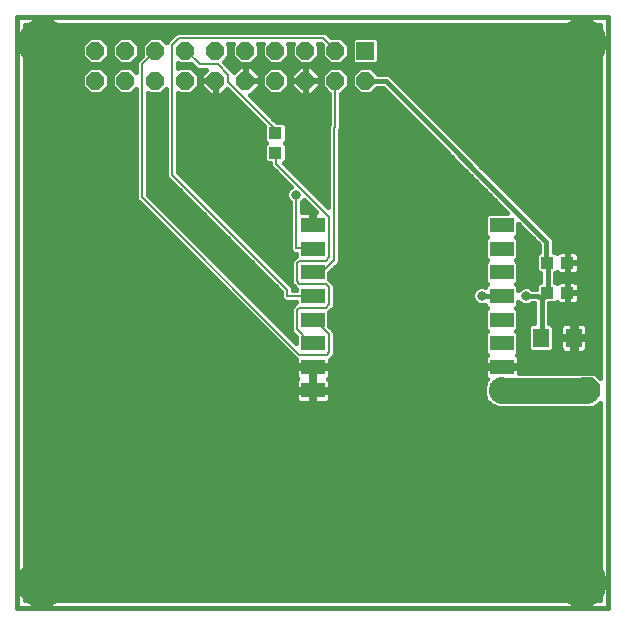
<source format=gtl>
G75*
%MOIN*%
%OFA0B0*%
%FSLAX25Y25*%
%IPPOS*%
%LPD*%
%AMOC8*
5,1,8,0,0,1.08239X$1,22.5*
%
%ADD10C,0.01600*%
%ADD11R,0.06000X0.06000*%
%ADD12OC8,0.06000*%
%ADD13R,0.05512X0.06299*%
%ADD14R,0.04331X0.03937*%
%ADD15R,0.07874X0.05118*%
%ADD16OC8,0.08500*%
%ADD17C,0.03169*%
%ADD18C,0.16598*%
%ADD19C,0.08600*%
%ADD20C,0.00800*%
D10*
X0001800Y0001800D02*
X0198650Y0001800D01*
X0198650Y0198650D01*
X0001800Y0198650D01*
X0001800Y0001800D01*
X0004400Y0004400D02*
X0004400Y0196050D01*
X0196050Y0196050D01*
X0196050Y0078393D01*
X0195142Y0079302D01*
X0195021Y0079352D01*
X0194223Y0080150D01*
X0193094Y0080150D01*
X0192974Y0080200D01*
X0190626Y0080200D01*
X0190506Y0080150D01*
X0189377Y0080150D01*
X0189327Y0080100D01*
X0169033Y0080100D01*
X0169033Y0081635D01*
X0163776Y0081635D01*
X0163776Y0082594D01*
X0169033Y0082594D01*
X0169033Y0084911D01*
X0168910Y0085369D01*
X0168673Y0085779D01*
X0168338Y0086114D01*
X0168238Y0086172D01*
X0168833Y0086767D01*
X0168833Y0093211D01*
X0168118Y0093926D01*
X0168833Y0094641D01*
X0168833Y0101085D01*
X0168118Y0101800D01*
X0168833Y0102515D01*
X0168833Y0103864D01*
X0169596Y0103101D01*
X0170767Y0102616D01*
X0172033Y0102616D01*
X0173204Y0103101D01*
X0173503Y0103400D01*
X0174200Y0103400D01*
X0174200Y0096550D01*
X0172870Y0096550D01*
X0171932Y0095612D01*
X0171932Y0087988D01*
X0172870Y0087050D01*
X0179707Y0087050D01*
X0180644Y0087988D01*
X0180644Y0095612D01*
X0179707Y0096550D01*
X0179000Y0096550D01*
X0179000Y0103231D01*
X0181282Y0103231D01*
X0181659Y0103608D01*
X0181876Y0103391D01*
X0182286Y0103154D01*
X0182744Y0103031D01*
X0184962Y0103031D01*
X0184962Y0106616D01*
X0185331Y0106616D01*
X0185331Y0106984D01*
X0189112Y0106984D01*
X0189112Y0109005D01*
X0188989Y0109463D01*
X0188752Y0109874D01*
X0188417Y0110209D01*
X0188007Y0110446D01*
X0187549Y0110568D01*
X0185331Y0110568D01*
X0185331Y0106984D01*
X0184962Y0106984D01*
X0184962Y0110568D01*
X0182744Y0110568D01*
X0182286Y0110446D01*
X0181876Y0110209D01*
X0181659Y0109992D01*
X0181282Y0110368D01*
X0181000Y0110368D01*
X0181000Y0113231D01*
X0181282Y0113231D01*
X0181659Y0113608D01*
X0181876Y0113391D01*
X0182286Y0113154D01*
X0182744Y0113031D01*
X0184962Y0113031D01*
X0184962Y0116616D01*
X0185331Y0116616D01*
X0185331Y0116984D01*
X0189112Y0116984D01*
X0189112Y0119005D01*
X0188989Y0119463D01*
X0188752Y0119874D01*
X0188417Y0120209D01*
X0188007Y0120446D01*
X0187549Y0120568D01*
X0185331Y0120568D01*
X0185331Y0116984D01*
X0184962Y0116984D01*
X0184962Y0120568D01*
X0182744Y0120568D01*
X0182286Y0120446D01*
X0181876Y0120209D01*
X0181659Y0119992D01*
X0181282Y0120368D01*
X0180600Y0120368D01*
X0180600Y0124277D01*
X0180235Y0125159D01*
X0125959Y0179435D01*
X0125077Y0179800D01*
X0122097Y0179800D01*
X0119768Y0182128D01*
X0115958Y0182128D01*
X0113263Y0179434D01*
X0113263Y0175623D01*
X0115958Y0172928D01*
X0119768Y0172928D01*
X0121840Y0175000D01*
X0123606Y0175000D01*
X0165088Y0133518D01*
X0158696Y0133518D01*
X0157759Y0132581D01*
X0157759Y0126137D01*
X0158474Y0125422D01*
X0157759Y0124707D01*
X0157759Y0118263D01*
X0158474Y0117548D01*
X0157759Y0116833D01*
X0157759Y0110389D01*
X0158474Y0109674D01*
X0157759Y0108959D01*
X0157759Y0108766D01*
X0157233Y0108984D01*
X0155967Y0108984D01*
X0154796Y0108499D01*
X0153901Y0107604D01*
X0153416Y0106433D01*
X0153416Y0105167D01*
X0153901Y0103996D01*
X0154796Y0103101D01*
X0155967Y0102616D01*
X0157233Y0102616D01*
X0157759Y0102833D01*
X0157759Y0102515D01*
X0158474Y0101800D01*
X0157759Y0101085D01*
X0157759Y0094641D01*
X0158474Y0093926D01*
X0157759Y0093211D01*
X0157759Y0086767D01*
X0158354Y0086172D01*
X0158254Y0086114D01*
X0157919Y0085779D01*
X0157682Y0085369D01*
X0157559Y0084911D01*
X0157559Y0082594D01*
X0162816Y0082594D01*
X0162816Y0081635D01*
X0157559Y0081635D01*
X0157559Y0079319D01*
X0157682Y0078861D01*
X0157919Y0078451D01*
X0158254Y0078116D01*
X0158354Y0078058D01*
X0157759Y0077463D01*
X0157759Y0076283D01*
X0157377Y0075312D01*
X0157417Y0072965D01*
X0157759Y0072179D01*
X0157759Y0071019D01*
X0158696Y0070082D01*
X0159109Y0070082D01*
X0160042Y0069182D01*
X0161190Y0068729D01*
X0162226Y0068300D01*
X0162280Y0068300D01*
X0162329Y0068280D01*
X0163452Y0068300D01*
X0192974Y0068300D01*
X0193336Y0068450D01*
X0194223Y0068450D01*
X0194851Y0069077D01*
X0195142Y0069198D01*
X0196050Y0070107D01*
X0196050Y0004400D01*
X0004400Y0004400D01*
X0004400Y0004997D02*
X0196050Y0004997D01*
X0196050Y0006596D02*
X0004400Y0006596D01*
X0004400Y0008194D02*
X0196050Y0008194D01*
X0196050Y0009793D02*
X0004400Y0009793D01*
X0004400Y0011391D02*
X0196050Y0011391D01*
X0196050Y0012990D02*
X0004400Y0012990D01*
X0004400Y0014588D02*
X0196050Y0014588D01*
X0196050Y0016187D02*
X0004400Y0016187D01*
X0004400Y0017785D02*
X0196050Y0017785D01*
X0196050Y0019384D02*
X0004400Y0019384D01*
X0004400Y0020982D02*
X0196050Y0020982D01*
X0196050Y0022581D02*
X0004400Y0022581D01*
X0004400Y0024179D02*
X0196050Y0024179D01*
X0196050Y0025778D02*
X0004400Y0025778D01*
X0004400Y0027376D02*
X0196050Y0027376D01*
X0196050Y0028975D02*
X0004400Y0028975D01*
X0004400Y0030573D02*
X0196050Y0030573D01*
X0196050Y0032172D02*
X0004400Y0032172D01*
X0004400Y0033770D02*
X0196050Y0033770D01*
X0196050Y0035369D02*
X0004400Y0035369D01*
X0004400Y0036967D02*
X0196050Y0036967D01*
X0196050Y0038566D02*
X0004400Y0038566D01*
X0004400Y0040164D02*
X0196050Y0040164D01*
X0196050Y0041763D02*
X0004400Y0041763D01*
X0004400Y0043361D02*
X0196050Y0043361D01*
X0196050Y0044960D02*
X0004400Y0044960D01*
X0004400Y0046558D02*
X0196050Y0046558D01*
X0196050Y0048157D02*
X0004400Y0048157D01*
X0004400Y0049755D02*
X0196050Y0049755D01*
X0196050Y0051354D02*
X0004400Y0051354D01*
X0004400Y0052952D02*
X0196050Y0052952D01*
X0196050Y0054551D02*
X0004400Y0054551D01*
X0004400Y0056149D02*
X0196050Y0056149D01*
X0196050Y0057748D02*
X0004400Y0057748D01*
X0004400Y0059346D02*
X0196050Y0059346D01*
X0196050Y0060945D02*
X0004400Y0060945D01*
X0004400Y0062543D02*
X0196050Y0062543D01*
X0196050Y0064142D02*
X0004400Y0064142D01*
X0004400Y0065740D02*
X0196050Y0065740D01*
X0196050Y0067339D02*
X0004400Y0067339D01*
X0004400Y0068937D02*
X0160662Y0068937D01*
X0158242Y0070536D02*
X0105641Y0070536D01*
X0105681Y0070577D02*
X0105918Y0070987D01*
X0106041Y0071445D01*
X0106041Y0073761D01*
X0100784Y0073761D01*
X0100784Y0074720D01*
X0106041Y0074720D01*
X0106041Y0077037D01*
X0105918Y0077495D01*
X0105681Y0077905D01*
X0105409Y0078178D01*
X0105681Y0078451D01*
X0105918Y0078861D01*
X0106041Y0079319D01*
X0106041Y0081635D01*
X0100784Y0081635D01*
X0100784Y0082594D01*
X0106041Y0082594D01*
X0106041Y0084413D01*
X0107000Y0085372D01*
X0107800Y0086172D01*
X0107800Y0093828D01*
X0106628Y0095000D01*
X0105841Y0095787D01*
X0105841Y0100213D01*
X0106600Y0100972D01*
X0107800Y0102172D01*
X0107800Y0109428D01*
X0106628Y0110600D01*
X0105841Y0111387D01*
X0105841Y0113413D01*
X0108228Y0115800D01*
X0109400Y0116972D01*
X0109400Y0160972D01*
X0109800Y0161372D01*
X0109800Y0172960D01*
X0112463Y0175623D01*
X0112463Y0179434D01*
X0109768Y0182128D01*
X0105958Y0182128D01*
X0103263Y0179434D01*
X0103263Y0175623D01*
X0105800Y0173086D01*
X0105800Y0163028D01*
X0105400Y0162628D01*
X0105400Y0135428D01*
X0090817Y0150011D01*
X0091628Y0150822D01*
X0091628Y0156085D01*
X0090913Y0156800D01*
X0091628Y0157515D01*
X0091628Y0162778D01*
X0090691Y0163715D01*
X0088313Y0163715D01*
X0079300Y0172728D01*
X0079851Y0172728D01*
X0082663Y0175540D01*
X0082663Y0177328D01*
X0078063Y0177328D01*
X0078063Y0177728D01*
X0082663Y0177728D01*
X0082663Y0179517D01*
X0079851Y0182328D01*
X0078063Y0182328D01*
X0078063Y0177728D01*
X0077663Y0177728D01*
X0077663Y0182328D01*
X0075875Y0182328D01*
X0073987Y0180441D01*
X0070634Y0183794D01*
X0072463Y0185623D01*
X0072463Y0189434D01*
X0072097Y0189800D01*
X0073629Y0189800D01*
X0073263Y0189434D01*
X0073263Y0185623D01*
X0075958Y0182928D01*
X0079768Y0182928D01*
X0082463Y0185623D01*
X0082463Y0189434D01*
X0082097Y0189800D01*
X0083629Y0189800D01*
X0083263Y0189434D01*
X0083263Y0185623D01*
X0085958Y0182928D01*
X0089768Y0182928D01*
X0092463Y0185623D01*
X0092463Y0189434D01*
X0092097Y0189800D01*
X0093629Y0189800D01*
X0093263Y0189434D01*
X0093263Y0185623D01*
X0095958Y0182928D01*
X0099768Y0182928D01*
X0102463Y0185623D01*
X0102463Y0189434D01*
X0102097Y0189800D01*
X0102972Y0189800D01*
X0103300Y0189471D01*
X0103263Y0189434D01*
X0103263Y0185623D01*
X0105958Y0182928D01*
X0109768Y0182928D01*
X0112463Y0185623D01*
X0112463Y0189434D01*
X0109768Y0192128D01*
X0106300Y0192128D01*
X0104628Y0193800D01*
X0054972Y0193800D01*
X0053800Y0192628D01*
X0051534Y0190363D01*
X0049768Y0192128D01*
X0045958Y0192128D01*
X0043263Y0189434D01*
X0043263Y0185691D01*
X0041400Y0183828D01*
X0041400Y0180497D01*
X0039768Y0182128D01*
X0035958Y0182128D01*
X0033263Y0179434D01*
X0033263Y0175623D01*
X0035958Y0172928D01*
X0039768Y0172928D01*
X0041400Y0174560D01*
X0041400Y0137772D01*
X0042572Y0136600D01*
X0094567Y0084605D01*
X0094567Y0082594D01*
X0099824Y0082594D01*
X0099824Y0081635D01*
X0100783Y0081635D01*
X0100783Y0074721D01*
X0099824Y0074721D01*
X0099824Y0077756D01*
X0099824Y0081635D01*
X0094567Y0081635D01*
X0094567Y0079319D01*
X0094690Y0078861D01*
X0094927Y0078451D01*
X0095199Y0078178D01*
X0094927Y0077905D01*
X0094690Y0077495D01*
X0094567Y0077037D01*
X0094567Y0074720D01*
X0099824Y0074720D01*
X0099824Y0073761D01*
X0100783Y0073761D01*
X0100783Y0069882D01*
X0104478Y0069882D01*
X0104936Y0070005D01*
X0105346Y0070242D01*
X0105681Y0070577D01*
X0106041Y0072134D02*
X0157759Y0072134D01*
X0157404Y0073733D02*
X0106041Y0073733D01*
X0106041Y0075332D02*
X0157384Y0075332D01*
X0157759Y0076930D02*
X0106041Y0076930D01*
X0105726Y0078529D02*
X0157874Y0078529D01*
X0157559Y0080127D02*
X0106041Y0080127D01*
X0106041Y0083324D02*
X0157559Y0083324D01*
X0157562Y0084923D02*
X0106551Y0084923D01*
X0107800Y0086521D02*
X0158005Y0086521D01*
X0157759Y0088120D02*
X0107800Y0088120D01*
X0107800Y0089718D02*
X0157759Y0089718D01*
X0157759Y0091317D02*
X0107800Y0091317D01*
X0107800Y0092915D02*
X0157759Y0092915D01*
X0157887Y0094514D02*
X0107115Y0094514D01*
X0105841Y0096112D02*
X0157759Y0096112D01*
X0157759Y0097711D02*
X0105841Y0097711D01*
X0105841Y0099309D02*
X0157759Y0099309D01*
X0157759Y0100908D02*
X0106536Y0100908D01*
X0107800Y0102506D02*
X0157768Y0102506D01*
X0156600Y0105800D02*
X0163000Y0105800D01*
X0163296Y0105737D01*
X0168118Y0109674D02*
X0168833Y0110389D01*
X0168833Y0116833D01*
X0168118Y0117548D01*
X0168833Y0118263D01*
X0168833Y0124707D01*
X0168118Y0125422D01*
X0168833Y0126137D01*
X0168833Y0129773D01*
X0175800Y0122806D01*
X0175800Y0120368D01*
X0175625Y0120368D01*
X0174688Y0119431D01*
X0174688Y0114169D01*
X0175625Y0113231D01*
X0176200Y0113231D01*
X0176200Y0110368D01*
X0175625Y0110368D01*
X0174688Y0109431D01*
X0174688Y0108200D01*
X0173503Y0108200D01*
X0173204Y0108499D01*
X0172033Y0108984D01*
X0170767Y0108984D01*
X0169596Y0108499D01*
X0168833Y0107736D01*
X0168833Y0108959D01*
X0168118Y0109674D01*
X0168833Y0108900D02*
X0170564Y0108900D01*
X0172236Y0108900D02*
X0174688Y0108900D01*
X0176200Y0110499D02*
X0168833Y0110499D01*
X0168833Y0112097D02*
X0176200Y0112097D01*
X0175161Y0113696D02*
X0168833Y0113696D01*
X0168833Y0115294D02*
X0174688Y0115294D01*
X0174688Y0116893D02*
X0168773Y0116893D01*
X0168833Y0118491D02*
X0174688Y0118491D01*
X0175347Y0120090D02*
X0168833Y0120090D01*
X0168833Y0121688D02*
X0175800Y0121688D01*
X0175319Y0123287D02*
X0168833Y0123287D01*
X0168655Y0124885D02*
X0173721Y0124885D01*
X0172122Y0126484D02*
X0168833Y0126484D01*
X0168833Y0128082D02*
X0170523Y0128082D01*
X0168925Y0129681D02*
X0168833Y0129681D01*
X0172516Y0132878D02*
X0196050Y0132878D01*
X0196050Y0134476D02*
X0170918Y0134476D01*
X0169319Y0136075D02*
X0196050Y0136075D01*
X0196050Y0137673D02*
X0167721Y0137673D01*
X0166122Y0139272D02*
X0196050Y0139272D01*
X0196050Y0140870D02*
X0164524Y0140870D01*
X0162925Y0142469D02*
X0196050Y0142469D01*
X0196050Y0144068D02*
X0161327Y0144068D01*
X0159728Y0145666D02*
X0196050Y0145666D01*
X0196050Y0147265D02*
X0158130Y0147265D01*
X0156531Y0148863D02*
X0196050Y0148863D01*
X0196050Y0150462D02*
X0154933Y0150462D01*
X0153334Y0152060D02*
X0196050Y0152060D01*
X0196050Y0153659D02*
X0151736Y0153659D01*
X0150137Y0155257D02*
X0196050Y0155257D01*
X0196050Y0156856D02*
X0148538Y0156856D01*
X0146940Y0158454D02*
X0196050Y0158454D01*
X0196050Y0160053D02*
X0145341Y0160053D01*
X0143743Y0161651D02*
X0196050Y0161651D01*
X0196050Y0163250D02*
X0142144Y0163250D01*
X0140546Y0164848D02*
X0196050Y0164848D01*
X0196050Y0166447D02*
X0138947Y0166447D01*
X0137349Y0168045D02*
X0196050Y0168045D01*
X0196050Y0169644D02*
X0135750Y0169644D01*
X0134152Y0171242D02*
X0196050Y0171242D01*
X0196050Y0172841D02*
X0132553Y0172841D01*
X0130955Y0174439D02*
X0196050Y0174439D01*
X0196050Y0176038D02*
X0129356Y0176038D01*
X0127758Y0177636D02*
X0196050Y0177636D01*
X0196050Y0179235D02*
X0126159Y0179235D01*
X0124600Y0177400D02*
X0178200Y0123800D01*
X0178200Y0117400D01*
X0178454Y0116800D01*
X0178600Y0116600D01*
X0178600Y0107000D01*
X0178454Y0106800D01*
X0178200Y0106200D01*
X0176600Y0104600D01*
X0175400Y0105800D01*
X0171400Y0105800D01*
X0168824Y0102506D02*
X0174200Y0102506D01*
X0174200Y0100908D02*
X0168833Y0100908D01*
X0168833Y0099309D02*
X0174200Y0099309D01*
X0174200Y0097711D02*
X0168833Y0097711D01*
X0168833Y0096112D02*
X0172432Y0096112D01*
X0171932Y0094514D02*
X0168706Y0094514D01*
X0168833Y0092915D02*
X0171932Y0092915D01*
X0171932Y0091317D02*
X0168833Y0091317D01*
X0168833Y0089718D02*
X0171932Y0089718D01*
X0171932Y0088120D02*
X0168833Y0088120D01*
X0168587Y0086521D02*
X0196050Y0086521D01*
X0196050Y0084923D02*
X0169030Y0084923D01*
X0169033Y0083324D02*
X0196050Y0083324D01*
X0196050Y0081726D02*
X0163776Y0081726D01*
X0162816Y0081726D02*
X0100784Y0081726D01*
X0099824Y0081726D02*
X0004400Y0081726D01*
X0004400Y0083324D02*
X0094567Y0083324D01*
X0094249Y0084923D02*
X0004400Y0084923D01*
X0004400Y0086521D02*
X0092650Y0086521D01*
X0091052Y0088120D02*
X0004400Y0088120D01*
X0004400Y0089718D02*
X0089453Y0089718D01*
X0087855Y0091317D02*
X0004400Y0091317D01*
X0004400Y0092915D02*
X0086256Y0092915D01*
X0084658Y0094514D02*
X0004400Y0094514D01*
X0004400Y0096112D02*
X0083059Y0096112D01*
X0081461Y0097711D02*
X0004400Y0097711D01*
X0004400Y0099309D02*
X0079862Y0099309D01*
X0078264Y0100908D02*
X0004400Y0100908D01*
X0004400Y0102506D02*
X0076665Y0102506D01*
X0075067Y0104105D02*
X0004400Y0104105D01*
X0004400Y0105703D02*
X0073468Y0105703D01*
X0071870Y0107302D02*
X0004400Y0107302D01*
X0004400Y0108900D02*
X0070271Y0108900D01*
X0068673Y0110499D02*
X0004400Y0110499D01*
X0004400Y0112097D02*
X0067074Y0112097D01*
X0065476Y0113696D02*
X0004400Y0113696D01*
X0004400Y0115294D02*
X0063877Y0115294D01*
X0062279Y0116893D02*
X0004400Y0116893D01*
X0004400Y0118491D02*
X0060680Y0118491D01*
X0059082Y0120090D02*
X0004400Y0120090D01*
X0004400Y0121688D02*
X0057483Y0121688D01*
X0055885Y0123287D02*
X0004400Y0123287D01*
X0004400Y0124885D02*
X0054286Y0124885D01*
X0052688Y0126484D02*
X0004400Y0126484D01*
X0004400Y0128082D02*
X0051089Y0128082D01*
X0049491Y0129681D02*
X0004400Y0129681D01*
X0004400Y0131279D02*
X0047892Y0131279D01*
X0046294Y0132878D02*
X0004400Y0132878D01*
X0004400Y0134476D02*
X0044695Y0134476D01*
X0043097Y0136075D02*
X0004400Y0136075D01*
X0004400Y0137673D02*
X0041498Y0137673D01*
X0041400Y0139272D02*
X0004400Y0139272D01*
X0004400Y0140870D02*
X0041400Y0140870D01*
X0041400Y0142469D02*
X0004400Y0142469D01*
X0004400Y0144068D02*
X0041400Y0144068D01*
X0041400Y0145666D02*
X0004400Y0145666D01*
X0004400Y0147265D02*
X0041400Y0147265D01*
X0041400Y0148863D02*
X0004400Y0148863D01*
X0004400Y0150462D02*
X0041400Y0150462D01*
X0041400Y0152060D02*
X0004400Y0152060D01*
X0004400Y0153659D02*
X0041400Y0153659D01*
X0041400Y0155257D02*
X0004400Y0155257D01*
X0004400Y0156856D02*
X0041400Y0156856D01*
X0041400Y0158454D02*
X0004400Y0158454D01*
X0004400Y0160053D02*
X0041400Y0160053D01*
X0041400Y0161651D02*
X0004400Y0161651D01*
X0004400Y0163250D02*
X0041400Y0163250D01*
X0041400Y0164848D02*
X0004400Y0164848D01*
X0004400Y0166447D02*
X0041400Y0166447D01*
X0041400Y0168045D02*
X0004400Y0168045D01*
X0004400Y0169644D02*
X0041400Y0169644D01*
X0041400Y0171242D02*
X0004400Y0171242D01*
X0004400Y0172841D02*
X0041400Y0172841D01*
X0041400Y0174439D02*
X0041279Y0174439D01*
X0045400Y0173486D02*
X0045958Y0172928D01*
X0049768Y0172928D01*
X0051400Y0174560D01*
X0051400Y0145372D01*
X0052572Y0144200D01*
X0089800Y0106972D01*
X0089800Y0104972D01*
X0090972Y0103800D01*
X0094767Y0103800D01*
X0094767Y0103595D01*
X0094172Y0103000D01*
X0093000Y0101828D01*
X0093000Y0093772D01*
X0094767Y0092005D01*
X0094767Y0090061D01*
X0045400Y0139428D01*
X0045400Y0173486D01*
X0045400Y0172841D02*
X0051400Y0172841D01*
X0051400Y0174439D02*
X0051279Y0174439D01*
X0051400Y0171242D02*
X0045400Y0171242D01*
X0045400Y0169644D02*
X0051400Y0169644D01*
X0051400Y0168045D02*
X0045400Y0168045D01*
X0045400Y0166447D02*
X0051400Y0166447D01*
X0051400Y0164848D02*
X0045400Y0164848D01*
X0045400Y0163250D02*
X0051400Y0163250D01*
X0051400Y0161651D02*
X0045400Y0161651D01*
X0045400Y0160053D02*
X0051400Y0160053D01*
X0051400Y0158454D02*
X0045400Y0158454D01*
X0045400Y0156856D02*
X0051400Y0156856D01*
X0051400Y0155257D02*
X0045400Y0155257D01*
X0045400Y0153659D02*
X0051400Y0153659D01*
X0051400Y0152060D02*
X0045400Y0152060D01*
X0045400Y0150462D02*
X0051400Y0150462D01*
X0051400Y0148863D02*
X0045400Y0148863D01*
X0045400Y0147265D02*
X0051400Y0147265D01*
X0051400Y0145666D02*
X0045400Y0145666D01*
X0045400Y0144068D02*
X0052704Y0144068D01*
X0054303Y0142469D02*
X0045400Y0142469D01*
X0045400Y0140870D02*
X0055901Y0140870D01*
X0057500Y0139272D02*
X0045556Y0139272D01*
X0047155Y0137673D02*
X0059098Y0137673D01*
X0060697Y0136075D02*
X0048753Y0136075D01*
X0050352Y0134476D02*
X0062295Y0134476D01*
X0063894Y0132878D02*
X0051950Y0132878D01*
X0053549Y0131279D02*
X0065492Y0131279D01*
X0067091Y0129681D02*
X0055148Y0129681D01*
X0056746Y0128082D02*
X0068689Y0128082D01*
X0070288Y0126484D02*
X0058345Y0126484D01*
X0059943Y0124885D02*
X0071886Y0124885D01*
X0073485Y0123287D02*
X0061542Y0123287D01*
X0063140Y0121688D02*
X0075083Y0121688D01*
X0076682Y0120090D02*
X0064739Y0120090D01*
X0066337Y0118491D02*
X0078280Y0118491D01*
X0079879Y0116893D02*
X0067936Y0116893D01*
X0069534Y0115294D02*
X0081477Y0115294D01*
X0083076Y0113696D02*
X0071133Y0113696D01*
X0072731Y0112097D02*
X0084674Y0112097D01*
X0086273Y0110499D02*
X0074330Y0110499D01*
X0075928Y0108900D02*
X0087871Y0108900D01*
X0089470Y0107302D02*
X0077527Y0107302D01*
X0079125Y0105703D02*
X0089800Y0105703D01*
X0090667Y0104105D02*
X0080724Y0104105D01*
X0082322Y0102506D02*
X0093678Y0102506D01*
X0093000Y0100908D02*
X0083921Y0100908D01*
X0085519Y0099309D02*
X0093000Y0099309D01*
X0093000Y0097711D02*
X0087118Y0097711D01*
X0088716Y0096112D02*
X0093000Y0096112D01*
X0093000Y0094514D02*
X0090315Y0094514D01*
X0091913Y0092915D02*
X0093856Y0092915D01*
X0093512Y0091317D02*
X0094767Y0091317D01*
X0094567Y0080127D02*
X0004400Y0080127D01*
X0004400Y0078529D02*
X0094882Y0078529D01*
X0094567Y0076930D02*
X0004400Y0076930D01*
X0004400Y0075332D02*
X0094567Y0075332D01*
X0094567Y0073761D02*
X0094567Y0071445D01*
X0094690Y0070987D01*
X0094927Y0070577D01*
X0095262Y0070242D01*
X0095672Y0070005D01*
X0096130Y0069882D01*
X0099824Y0069882D01*
X0099824Y0073761D01*
X0094567Y0073761D01*
X0094567Y0073733D02*
X0004400Y0073733D01*
X0004400Y0072134D02*
X0094567Y0072134D01*
X0094967Y0070536D02*
X0004400Y0070536D01*
X0067952Y0134476D02*
X0092600Y0134476D01*
X0092600Y0132878D02*
X0069550Y0132878D01*
X0071149Y0131279D02*
X0092600Y0131279D01*
X0092600Y0129681D02*
X0072748Y0129681D01*
X0074346Y0128082D02*
X0092600Y0128082D01*
X0092600Y0126484D02*
X0075945Y0126484D01*
X0077543Y0124885D02*
X0092600Y0124885D01*
X0092600Y0123287D02*
X0079142Y0123287D01*
X0080740Y0121688D02*
X0092600Y0121688D01*
X0092600Y0120972D02*
X0093772Y0119800D01*
X0094767Y0119800D01*
X0094767Y0119195D01*
X0094172Y0118600D01*
X0093000Y0117428D01*
X0093000Y0109772D01*
X0093800Y0108972D01*
X0094767Y0108005D01*
X0094767Y0107800D01*
X0093800Y0107800D01*
X0093800Y0108628D01*
X0055400Y0147028D01*
X0055400Y0173486D01*
X0055958Y0172928D01*
X0059768Y0172928D01*
X0062463Y0175623D01*
X0062463Y0179434D01*
X0059768Y0182128D01*
X0055958Y0182128D01*
X0055400Y0181571D01*
X0055400Y0183486D01*
X0055958Y0182928D01*
X0059768Y0182928D01*
X0059806Y0182966D01*
X0061772Y0181000D01*
X0064546Y0181000D01*
X0063063Y0179517D01*
X0063063Y0177728D01*
X0067663Y0177728D01*
X0067663Y0177328D01*
X0068063Y0177328D01*
X0068063Y0172728D01*
X0069851Y0172728D01*
X0071747Y0174624D01*
X0084098Y0162274D01*
X0084098Y0157515D01*
X0084813Y0156800D01*
X0084098Y0156085D01*
X0084098Y0150822D01*
X0085035Y0149885D01*
X0086200Y0149885D01*
X0086200Y0148972D01*
X0092991Y0142180D01*
X0092796Y0142099D01*
X0091901Y0141204D01*
X0091416Y0140033D01*
X0091416Y0138767D01*
X0091901Y0137596D01*
X0092600Y0136897D01*
X0092600Y0120972D01*
X0093482Y0120090D02*
X0082339Y0120090D01*
X0083937Y0118491D02*
X0094063Y0118491D01*
X0093000Y0116893D02*
X0085536Y0116893D01*
X0087134Y0115294D02*
X0093000Y0115294D01*
X0093000Y0113696D02*
X0088733Y0113696D01*
X0090331Y0112097D02*
X0093000Y0112097D01*
X0093000Y0110499D02*
X0091930Y0110499D01*
X0093528Y0108900D02*
X0093871Y0108900D01*
X0105841Y0112097D02*
X0157759Y0112097D01*
X0157759Y0110499D02*
X0106730Y0110499D01*
X0107800Y0108900D02*
X0155764Y0108900D01*
X0157436Y0108900D02*
X0157759Y0108900D01*
X0153775Y0107302D02*
X0107800Y0107302D01*
X0107800Y0105703D02*
X0153416Y0105703D01*
X0153856Y0104105D02*
X0107800Y0104105D01*
X0106124Y0113696D02*
X0157759Y0113696D01*
X0157759Y0115294D02*
X0107723Y0115294D01*
X0109321Y0116893D02*
X0157819Y0116893D01*
X0157759Y0118491D02*
X0109400Y0118491D01*
X0109400Y0120090D02*
X0157759Y0120090D01*
X0157759Y0121688D02*
X0109400Y0121688D01*
X0109400Y0123287D02*
X0157759Y0123287D01*
X0157938Y0124885D02*
X0109400Y0124885D01*
X0109400Y0126484D02*
X0157759Y0126484D01*
X0157759Y0128082D02*
X0109400Y0128082D01*
X0109400Y0129681D02*
X0157759Y0129681D01*
X0157759Y0131279D02*
X0109400Y0131279D01*
X0109400Y0132878D02*
X0158056Y0132878D01*
X0160932Y0137673D02*
X0109400Y0137673D01*
X0109400Y0136075D02*
X0162531Y0136075D01*
X0164129Y0134476D02*
X0109400Y0134476D01*
X0105400Y0136075D02*
X0104753Y0136075D01*
X0105400Y0137673D02*
X0103155Y0137673D01*
X0101556Y0139272D02*
X0105400Y0139272D01*
X0105400Y0140870D02*
X0099958Y0140870D01*
X0098359Y0142469D02*
X0105400Y0142469D01*
X0105400Y0144068D02*
X0096761Y0144068D01*
X0095162Y0145666D02*
X0105400Y0145666D01*
X0105400Y0147265D02*
X0093564Y0147265D01*
X0091965Y0148863D02*
X0105400Y0148863D01*
X0105400Y0150462D02*
X0091268Y0150462D01*
X0091628Y0152060D02*
X0105400Y0152060D01*
X0105400Y0153659D02*
X0091628Y0153659D01*
X0091628Y0155257D02*
X0105400Y0155257D01*
X0105400Y0156856D02*
X0090969Y0156856D01*
X0091628Y0158454D02*
X0105400Y0158454D01*
X0105400Y0160053D02*
X0091628Y0160053D01*
X0091628Y0161651D02*
X0105400Y0161651D01*
X0105800Y0163250D02*
X0091156Y0163250D01*
X0087180Y0164848D02*
X0105800Y0164848D01*
X0105800Y0166447D02*
X0085582Y0166447D01*
X0083983Y0168045D02*
X0105800Y0168045D01*
X0105800Y0169644D02*
X0082385Y0169644D01*
X0080786Y0171242D02*
X0105800Y0171242D01*
X0105800Y0172841D02*
X0099964Y0172841D01*
X0099851Y0172728D02*
X0102663Y0175540D01*
X0102663Y0177328D01*
X0098063Y0177328D01*
X0098063Y0172728D01*
X0099851Y0172728D01*
X0098063Y0172841D02*
X0097663Y0172841D01*
X0097663Y0172728D02*
X0097663Y0177328D01*
X0098063Y0177328D01*
X0098063Y0177728D01*
X0102663Y0177728D01*
X0102663Y0179517D01*
X0099851Y0182328D01*
X0098063Y0182328D01*
X0098063Y0177728D01*
X0097663Y0177728D01*
X0097663Y0177328D01*
X0093063Y0177328D01*
X0093063Y0175540D01*
X0095875Y0172728D01*
X0097663Y0172728D01*
X0097663Y0174439D02*
X0098063Y0174439D01*
X0098063Y0176038D02*
X0097663Y0176038D01*
X0097663Y0177636D02*
X0092463Y0177636D01*
X0093063Y0177728D02*
X0097663Y0177728D01*
X0097663Y0182328D01*
X0095875Y0182328D01*
X0093063Y0179517D01*
X0093063Y0177728D01*
X0093063Y0179235D02*
X0092463Y0179235D01*
X0092463Y0179434D02*
X0089768Y0182128D01*
X0085958Y0182128D01*
X0083263Y0179434D01*
X0083263Y0175623D01*
X0085958Y0172928D01*
X0089768Y0172928D01*
X0092463Y0175623D01*
X0092463Y0179434D01*
X0091063Y0180833D02*
X0094380Y0180833D01*
X0094856Y0184030D02*
X0090870Y0184030D01*
X0092463Y0185629D02*
X0093263Y0185629D01*
X0093263Y0187227D02*
X0092463Y0187227D01*
X0092463Y0188826D02*
X0093263Y0188826D01*
X0100870Y0184030D02*
X0104856Y0184030D01*
X0103263Y0185629D02*
X0102463Y0185629D01*
X0102463Y0187227D02*
X0103263Y0187227D01*
X0103263Y0188826D02*
X0102463Y0188826D01*
X0104807Y0193621D02*
X0196050Y0193621D01*
X0196050Y0192023D02*
X0121631Y0192023D01*
X0121526Y0192128D02*
X0114200Y0192128D01*
X0113263Y0191191D01*
X0113263Y0183866D01*
X0114200Y0182928D01*
X0121526Y0182928D01*
X0122463Y0183866D01*
X0122463Y0191191D01*
X0121526Y0192128D01*
X0122463Y0190424D02*
X0196050Y0190424D01*
X0196050Y0188826D02*
X0122463Y0188826D01*
X0122463Y0187227D02*
X0196050Y0187227D01*
X0196050Y0185629D02*
X0122463Y0185629D01*
X0122463Y0184030D02*
X0196050Y0184030D01*
X0196050Y0182432D02*
X0071997Y0182432D01*
X0070870Y0184030D02*
X0074856Y0184030D01*
X0073263Y0185629D02*
X0072463Y0185629D01*
X0072463Y0187227D02*
X0073263Y0187227D01*
X0073263Y0188826D02*
X0072463Y0188826D01*
X0073595Y0180833D02*
X0074380Y0180833D01*
X0077663Y0180833D02*
X0078063Y0180833D01*
X0078063Y0179235D02*
X0077663Y0179235D01*
X0078063Y0177636D02*
X0083263Y0177636D01*
X0083263Y0176038D02*
X0082663Y0176038D01*
X0081562Y0174439D02*
X0084447Y0174439D01*
X0083263Y0179235D02*
X0082663Y0179235D01*
X0081346Y0180833D02*
X0084663Y0180833D01*
X0084856Y0184030D02*
X0080870Y0184030D01*
X0082463Y0185629D02*
X0083263Y0185629D01*
X0083263Y0187227D02*
X0082463Y0187227D01*
X0082463Y0188826D02*
X0083263Y0188826D01*
X0092463Y0176038D02*
X0093063Y0176038D01*
X0094164Y0174439D02*
X0091279Y0174439D01*
X0095762Y0172841D02*
X0079964Y0172841D01*
X0076728Y0169644D02*
X0055400Y0169644D01*
X0055400Y0171242D02*
X0075129Y0171242D01*
X0073531Y0172841D02*
X0069964Y0172841D01*
X0068063Y0172841D02*
X0067663Y0172841D01*
X0067663Y0172728D02*
X0067663Y0177328D01*
X0063063Y0177328D01*
X0063063Y0175540D01*
X0065875Y0172728D01*
X0067663Y0172728D01*
X0067663Y0174439D02*
X0068063Y0174439D01*
X0068063Y0176038D02*
X0067663Y0176038D01*
X0067663Y0177636D02*
X0062463Y0177636D01*
X0062463Y0176038D02*
X0063063Y0176038D01*
X0064164Y0174439D02*
X0061279Y0174439D01*
X0065762Y0172841D02*
X0055400Y0172841D01*
X0055400Y0168045D02*
X0078326Y0168045D01*
X0079925Y0166447D02*
X0055400Y0166447D01*
X0055400Y0164848D02*
X0081523Y0164848D01*
X0083122Y0163250D02*
X0055400Y0163250D01*
X0055400Y0161651D02*
X0084098Y0161651D01*
X0084098Y0160053D02*
X0055400Y0160053D01*
X0055400Y0158454D02*
X0084098Y0158454D01*
X0084757Y0156856D02*
X0055400Y0156856D01*
X0055400Y0155257D02*
X0084098Y0155257D01*
X0084098Y0153659D02*
X0055400Y0153659D01*
X0055400Y0152060D02*
X0084098Y0152060D01*
X0084458Y0150462D02*
X0055400Y0150462D01*
X0055400Y0148863D02*
X0086309Y0148863D01*
X0087907Y0147265D02*
X0055400Y0147265D01*
X0056762Y0145666D02*
X0089506Y0145666D01*
X0091104Y0144068D02*
X0058361Y0144068D01*
X0059959Y0142469D02*
X0092703Y0142469D01*
X0091762Y0140870D02*
X0061558Y0140870D01*
X0063156Y0139272D02*
X0091416Y0139272D01*
X0091869Y0137673D02*
X0064755Y0137673D01*
X0066353Y0136075D02*
X0092600Y0136075D01*
X0096600Y0136075D02*
X0099097Y0136075D01*
X0100695Y0134476D02*
X0096600Y0134476D01*
X0096600Y0133718D02*
X0096600Y0136897D01*
X0097299Y0137596D01*
X0097380Y0137791D01*
X0101453Y0133718D01*
X0100783Y0133718D01*
X0100783Y0129839D01*
X0099824Y0129839D01*
X0099824Y0133718D01*
X0096600Y0133718D01*
X0099824Y0132878D02*
X0100783Y0132878D01*
X0100783Y0131279D02*
X0099824Y0131279D01*
X0097498Y0137673D02*
X0097331Y0137673D01*
X0109400Y0139272D02*
X0159334Y0139272D01*
X0157735Y0140870D02*
X0109400Y0140870D01*
X0109400Y0142469D02*
X0156137Y0142469D01*
X0154538Y0144068D02*
X0109400Y0144068D01*
X0109400Y0145666D02*
X0152940Y0145666D01*
X0151341Y0147265D02*
X0109400Y0147265D01*
X0109400Y0148863D02*
X0149743Y0148863D01*
X0148144Y0150462D02*
X0109400Y0150462D01*
X0109400Y0152060D02*
X0146546Y0152060D01*
X0144947Y0153659D02*
X0109400Y0153659D01*
X0109400Y0155257D02*
X0143349Y0155257D01*
X0141750Y0156856D02*
X0109400Y0156856D01*
X0109400Y0158454D02*
X0140152Y0158454D01*
X0138553Y0160053D02*
X0109400Y0160053D01*
X0109800Y0161651D02*
X0136955Y0161651D01*
X0135356Y0163250D02*
X0109800Y0163250D01*
X0109800Y0164848D02*
X0133758Y0164848D01*
X0132159Y0166447D02*
X0109800Y0166447D01*
X0109800Y0168045D02*
X0130561Y0168045D01*
X0128962Y0169644D02*
X0109800Y0169644D01*
X0109800Y0171242D02*
X0127364Y0171242D01*
X0125765Y0172841D02*
X0109800Y0172841D01*
X0111279Y0174439D02*
X0114447Y0174439D01*
X0113263Y0176038D02*
X0112463Y0176038D01*
X0112463Y0177636D02*
X0113263Y0177636D01*
X0113263Y0179235D02*
X0112463Y0179235D01*
X0111063Y0180833D02*
X0114663Y0180833D01*
X0113263Y0184030D02*
X0110870Y0184030D01*
X0112463Y0185629D02*
X0113263Y0185629D01*
X0113263Y0187227D02*
X0112463Y0187227D01*
X0112463Y0188826D02*
X0113263Y0188826D01*
X0113263Y0190424D02*
X0111472Y0190424D01*
X0109874Y0192023D02*
X0114095Y0192023D01*
X0121063Y0180833D02*
X0196050Y0180833D01*
X0196050Y0195220D02*
X0004400Y0195220D01*
X0004400Y0193621D02*
X0054793Y0193621D01*
X0053194Y0192023D02*
X0049874Y0192023D01*
X0051472Y0190424D02*
X0051596Y0190424D01*
X0045852Y0192023D02*
X0039874Y0192023D01*
X0039768Y0192128D02*
X0035958Y0192128D01*
X0033263Y0189434D01*
X0033263Y0185623D01*
X0035958Y0182928D01*
X0039768Y0182928D01*
X0042463Y0185623D01*
X0042463Y0189434D01*
X0039768Y0192128D01*
X0041472Y0190424D02*
X0044254Y0190424D01*
X0043263Y0188826D02*
X0042463Y0188826D01*
X0042463Y0187227D02*
X0043263Y0187227D01*
X0043200Y0185629D02*
X0042463Y0185629D01*
X0041602Y0184030D02*
X0040870Y0184030D01*
X0041400Y0182432D02*
X0004400Y0182432D01*
X0004400Y0184030D02*
X0024856Y0184030D01*
X0025958Y0182928D02*
X0029768Y0182928D01*
X0032463Y0185623D01*
X0032463Y0189434D01*
X0029768Y0192128D01*
X0025958Y0192128D01*
X0023263Y0189434D01*
X0023263Y0185623D01*
X0025958Y0182928D01*
X0025958Y0182128D02*
X0023263Y0179434D01*
X0023263Y0175623D01*
X0025958Y0172928D01*
X0029768Y0172928D01*
X0032463Y0175623D01*
X0032463Y0179434D01*
X0029768Y0182128D01*
X0025958Y0182128D01*
X0024663Y0180833D02*
X0004400Y0180833D01*
X0004400Y0179235D02*
X0023263Y0179235D01*
X0023263Y0177636D02*
X0004400Y0177636D01*
X0004400Y0176038D02*
X0023263Y0176038D01*
X0024447Y0174439D02*
X0004400Y0174439D01*
X0004400Y0185629D02*
X0023263Y0185629D01*
X0023263Y0187227D02*
X0004400Y0187227D01*
X0004400Y0188826D02*
X0023263Y0188826D01*
X0024254Y0190424D02*
X0004400Y0190424D01*
X0004400Y0192023D02*
X0025852Y0192023D01*
X0029874Y0192023D02*
X0035852Y0192023D01*
X0034254Y0190424D02*
X0031472Y0190424D01*
X0032463Y0188826D02*
X0033263Y0188826D01*
X0033263Y0187227D02*
X0032463Y0187227D01*
X0032463Y0185629D02*
X0033263Y0185629D01*
X0034856Y0184030D02*
X0030870Y0184030D01*
X0031063Y0180833D02*
X0034663Y0180833D01*
X0033263Y0179235D02*
X0032463Y0179235D01*
X0032463Y0177636D02*
X0033263Y0177636D01*
X0033263Y0176038D02*
X0032463Y0176038D01*
X0031279Y0174439D02*
X0034447Y0174439D01*
X0041063Y0180833D02*
X0041400Y0180833D01*
X0055400Y0182432D02*
X0060340Y0182432D01*
X0061063Y0180833D02*
X0064380Y0180833D01*
X0063063Y0179235D02*
X0062463Y0179235D01*
X0071562Y0174439D02*
X0071932Y0174439D01*
X0097663Y0179235D02*
X0098063Y0179235D01*
X0098063Y0180833D02*
X0097663Y0180833D01*
X0098063Y0177636D02*
X0103263Y0177636D01*
X0103263Y0176038D02*
X0102663Y0176038D01*
X0101562Y0174439D02*
X0104447Y0174439D01*
X0103263Y0179235D02*
X0102663Y0179235D01*
X0101346Y0180833D02*
X0104663Y0180833D01*
X0117863Y0177528D02*
X0118200Y0177400D01*
X0124600Y0177400D01*
X0124167Y0174439D02*
X0121279Y0174439D01*
X0174115Y0131279D02*
X0196050Y0131279D01*
X0196050Y0129681D02*
X0175713Y0129681D01*
X0177312Y0128082D02*
X0196050Y0128082D01*
X0196050Y0126484D02*
X0178910Y0126484D01*
X0180348Y0124885D02*
X0196050Y0124885D01*
X0196050Y0123287D02*
X0180600Y0123287D01*
X0180600Y0121688D02*
X0196050Y0121688D01*
X0196050Y0120090D02*
X0188536Y0120090D01*
X0189112Y0118491D02*
X0196050Y0118491D01*
X0196050Y0116893D02*
X0185331Y0116893D01*
X0185331Y0116616D02*
X0189112Y0116616D01*
X0189112Y0114595D01*
X0188989Y0114137D01*
X0188752Y0113726D01*
X0188417Y0113391D01*
X0188007Y0113154D01*
X0187549Y0113031D01*
X0185331Y0113031D01*
X0185331Y0116616D01*
X0185331Y0115294D02*
X0184962Y0115294D01*
X0184962Y0113696D02*
X0185331Y0113696D01*
X0185331Y0110499D02*
X0184962Y0110499D01*
X0184962Y0108900D02*
X0185331Y0108900D01*
X0185331Y0107302D02*
X0184962Y0107302D01*
X0185331Y0106616D02*
X0189112Y0106616D01*
X0189112Y0104595D01*
X0188989Y0104137D01*
X0188752Y0103726D01*
X0188417Y0103391D01*
X0188007Y0103154D01*
X0187549Y0103031D01*
X0185331Y0103031D01*
X0185331Y0106616D01*
X0185331Y0105703D02*
X0184962Y0105703D01*
X0184962Y0104105D02*
X0185331Y0104105D01*
X0188971Y0104105D02*
X0196050Y0104105D01*
X0196050Y0105703D02*
X0189112Y0105703D01*
X0189112Y0107302D02*
X0196050Y0107302D01*
X0196050Y0108900D02*
X0189112Y0108900D01*
X0187809Y0110499D02*
X0196050Y0110499D01*
X0196050Y0112097D02*
X0181000Y0112097D01*
X0181000Y0110499D02*
X0182484Y0110499D01*
X0188722Y0113696D02*
X0196050Y0113696D01*
X0196050Y0115294D02*
X0189112Y0115294D01*
X0185331Y0118491D02*
X0184962Y0118491D01*
X0184962Y0120090D02*
X0185331Y0120090D01*
X0181757Y0120090D02*
X0181560Y0120090D01*
X0176600Y0104600D02*
X0176600Y0091800D01*
X0176288Y0091800D01*
X0180144Y0096112D02*
X0183173Y0096112D01*
X0183116Y0096055D02*
X0182879Y0095644D01*
X0182756Y0095187D01*
X0182756Y0092378D01*
X0186734Y0092378D01*
X0186734Y0096750D01*
X0184319Y0096750D01*
X0183861Y0096627D01*
X0183451Y0096390D01*
X0183116Y0096055D01*
X0182756Y0094514D02*
X0180644Y0094514D01*
X0180644Y0092915D02*
X0182756Y0092915D01*
X0182756Y0091222D02*
X0182756Y0088413D01*
X0182879Y0087956D01*
X0183116Y0087545D01*
X0183451Y0087210D01*
X0183861Y0086973D01*
X0184319Y0086850D01*
X0186734Y0086850D01*
X0186734Y0091222D01*
X0187890Y0091222D01*
X0187890Y0092378D01*
X0191868Y0092378D01*
X0191868Y0095187D01*
X0191745Y0095644D01*
X0191508Y0096055D01*
X0191173Y0096390D01*
X0190762Y0096627D01*
X0190305Y0096750D01*
X0187890Y0096750D01*
X0187890Y0092378D01*
X0186734Y0092378D01*
X0186734Y0091222D01*
X0182756Y0091222D01*
X0182756Y0089718D02*
X0180644Y0089718D01*
X0180644Y0088120D02*
X0182835Y0088120D01*
X0180644Y0091317D02*
X0186734Y0091317D01*
X0187890Y0091317D02*
X0196050Y0091317D01*
X0196050Y0092915D02*
X0191868Y0092915D01*
X0191868Y0094514D02*
X0196050Y0094514D01*
X0196050Y0096112D02*
X0191451Y0096112D01*
X0187890Y0096112D02*
X0186734Y0096112D01*
X0186734Y0094514D02*
X0187890Y0094514D01*
X0187890Y0092915D02*
X0186734Y0092915D01*
X0187890Y0091222D02*
X0191868Y0091222D01*
X0191868Y0088413D01*
X0191745Y0087956D01*
X0191508Y0087545D01*
X0191173Y0087210D01*
X0190762Y0086973D01*
X0190305Y0086850D01*
X0187890Y0086850D01*
X0187890Y0091222D01*
X0187890Y0089718D02*
X0186734Y0089718D01*
X0186734Y0088120D02*
X0187890Y0088120D01*
X0191789Y0088120D02*
X0196050Y0088120D01*
X0196050Y0089718D02*
X0191868Y0089718D01*
X0196050Y0097711D02*
X0179000Y0097711D01*
X0179000Y0099309D02*
X0196050Y0099309D01*
X0196050Y0100908D02*
X0179000Y0100908D01*
X0179000Y0102506D02*
X0196050Y0102506D01*
X0196050Y0080127D02*
X0194246Y0080127D01*
X0195915Y0078529D02*
X0196050Y0078529D01*
X0189354Y0080127D02*
X0169033Y0080127D01*
X0194711Y0068937D02*
X0196050Y0068937D01*
X0100783Y0070536D02*
X0099824Y0070536D01*
X0099824Y0072134D02*
X0100783Y0072134D01*
X0100783Y0073733D02*
X0099824Y0073733D01*
X0100304Y0074241D02*
X0100200Y0075000D01*
X0099824Y0075332D02*
X0100783Y0075332D01*
X0100783Y0076930D02*
X0099824Y0076930D01*
X0099824Y0078529D02*
X0100783Y0078529D01*
X0100783Y0080127D02*
X0099824Y0080127D01*
D11*
X0117863Y0187528D03*
D12*
X0117863Y0177528D03*
X0107863Y0177528D03*
X0097863Y0177528D03*
X0087863Y0177528D03*
X0077863Y0177528D03*
X0067863Y0177528D03*
X0057863Y0177528D03*
X0047863Y0177528D03*
X0037863Y0177528D03*
X0027863Y0177528D03*
X0027863Y0187528D03*
X0037863Y0187528D03*
X0047863Y0187528D03*
X0057863Y0187528D03*
X0067863Y0187528D03*
X0077863Y0187528D03*
X0087863Y0187528D03*
X0097863Y0187528D03*
X0107863Y0187528D03*
D13*
X0176288Y0091800D03*
X0187312Y0091800D03*
D14*
X0185146Y0106800D03*
X0178454Y0106800D03*
X0178454Y0116800D03*
X0185146Y0116800D03*
X0087863Y0153454D03*
X0087863Y0160146D03*
D15*
X0100304Y0129359D03*
X0100304Y0121485D03*
X0100304Y0113611D03*
X0100304Y0105737D03*
X0100304Y0097863D03*
X0100304Y0089989D03*
X0100304Y0082115D03*
X0100304Y0074241D03*
X0163296Y0074241D03*
X0163296Y0082115D03*
X0163296Y0089989D03*
X0163296Y0097863D03*
X0163296Y0105737D03*
X0163296Y0113611D03*
X0163296Y0121485D03*
X0163296Y0129359D03*
D16*
X0191800Y0074300D03*
D17*
X0194300Y0091800D03*
X0191800Y0106800D03*
X0191800Y0116800D03*
X0171800Y0116800D03*
X0171400Y0105800D03*
X0156600Y0105800D03*
X0154300Y0081800D03*
X0094600Y0139400D03*
X0091800Y0129300D03*
X0086800Y0116800D03*
X0066800Y0126800D03*
X0081800Y0141800D03*
X0101800Y0151800D03*
X0091800Y0081800D03*
X0091800Y0074300D03*
D18*
X0010116Y0010066D03*
X0010308Y0190048D03*
X0190116Y0190066D03*
X0190116Y0010066D03*
D19*
X0191800Y0074200D02*
X0163400Y0074200D01*
X0163296Y0074241D01*
X0191800Y0074200D02*
X0191800Y0074300D01*
D20*
X0107400Y0117800D02*
X0107400Y0161800D01*
X0107800Y0162200D01*
X0107800Y0177400D01*
X0107863Y0177528D01*
X0107863Y0187528D02*
X0107800Y0187800D01*
X0103800Y0191800D01*
X0055800Y0191800D01*
X0053400Y0189400D01*
X0053400Y0146200D01*
X0091800Y0107800D01*
X0091800Y0105800D01*
X0100200Y0105800D01*
X0100304Y0105737D01*
X0104600Y0101800D02*
X0095800Y0101800D01*
X0095000Y0101000D01*
X0095000Y0094600D01*
X0099400Y0090200D01*
X0100200Y0090200D01*
X0100304Y0089989D01*
X0095800Y0086200D02*
X0105000Y0086200D01*
X0105800Y0087000D01*
X0105800Y0093000D01*
X0103400Y0095400D01*
X0103400Y0098200D01*
X0100304Y0097863D01*
X0100600Y0098200D01*
X0103400Y0098200D01*
X0104600Y0101800D02*
X0105800Y0103000D01*
X0105800Y0108600D01*
X0104600Y0109800D01*
X0095800Y0109800D01*
X0095000Y0110600D01*
X0095000Y0116600D01*
X0095800Y0117400D01*
X0104600Y0117400D01*
X0105800Y0118600D01*
X0105800Y0132200D01*
X0088200Y0149800D01*
X0088200Y0153400D01*
X0087863Y0153454D01*
X0087863Y0160146D02*
X0087800Y0160600D01*
X0087800Y0161400D01*
X0072200Y0177000D01*
X0072200Y0179400D01*
X0068600Y0183000D01*
X0062600Y0183000D01*
X0058200Y0187400D01*
X0057863Y0187528D01*
X0047863Y0187528D02*
X0047800Y0187400D01*
X0043400Y0183000D01*
X0043400Y0138600D01*
X0095800Y0086200D01*
X0100304Y0113611D02*
X0100600Y0113800D01*
X0103400Y0113800D01*
X0107400Y0117800D01*
X0100304Y0121485D02*
X0100200Y0121800D01*
X0094600Y0121800D01*
X0094600Y0139400D01*
X0087863Y0160146D02*
X0087800Y0160200D01*
M02*

</source>
